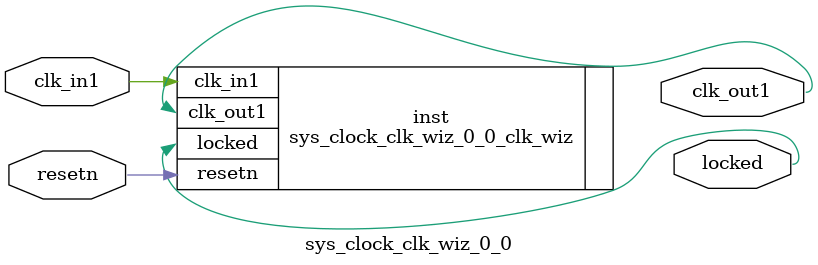
<source format=v>


`timescale 1ps/1ps

(* CORE_GENERATION_INFO = "sys_clock_clk_wiz_0_0,clk_wiz_v6_0_16_0_0,{component_name=sys_clock_clk_wiz_0_0,use_phase_alignment=true,use_min_o_jitter=false,use_max_i_jitter=false,use_dyn_phase_shift=false,use_inclk_switchover=false,use_dyn_reconfig=false,enable_axi=0,feedback_source=FDBK_AUTO,PRIMITIVE=MMCM,num_out_clk=1,clkin1_period=10.000,clkin2_period=10.000,use_power_down=false,use_reset=true,use_locked=true,use_inclk_stopped=false,feedback_type=SINGLE,CLOCK_MGR_TYPE=NA,manual_override=false}" *)

module sys_clock_clk_wiz_0_0 
 (
  // Clock out ports
  output        clk_out1,
  // Status and control signals
  input         resetn,
  output        locked,
 // Clock in ports
  input         clk_in1
 );

  sys_clock_clk_wiz_0_0_clk_wiz inst
  (
  // Clock out ports  
  .clk_out1(clk_out1),
  // Status and control signals               
  .resetn(resetn), 
  .locked(locked),
 // Clock in ports
  .clk_in1(clk_in1)
  );

endmodule

</source>
